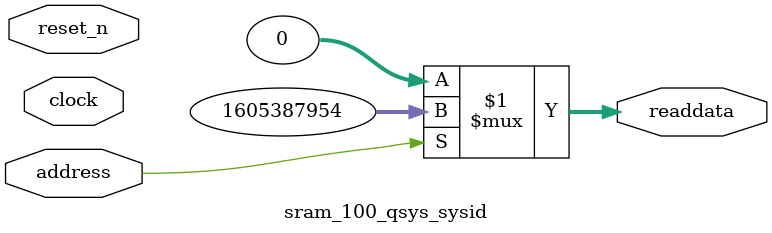
<source format=v>

`timescale 1ns / 1ps
// synthesis translate_on

// turn off superfluous verilog processor warnings 
// altera message_level Level1 
// altera message_off 10034 10035 10036 10037 10230 10240 10030 

module sram_100_qsys_sysid (
               // inputs:
                address,
                clock,
                reset_n,

               // outputs:
                readdata
             )
;

  output  [ 31: 0] readdata;
  input            address;
  input            clock;
  input            reset_n;

  wire    [ 31: 0] readdata;
  //control_slave, which is an e_avalon_slave
  assign readdata = address ? 1605387954 : 0;

endmodule




</source>
